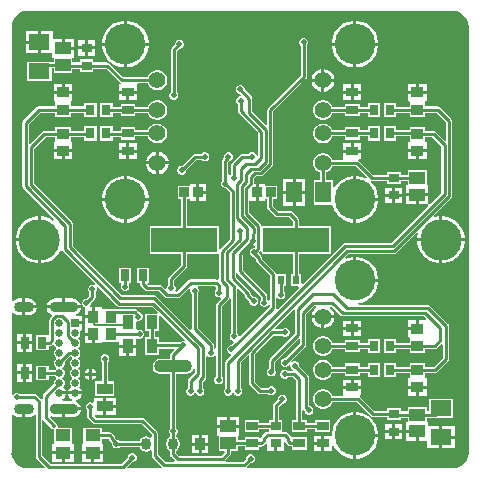
<source format=gbl>
G04*
G04 #@! TF.GenerationSoftware,Altium Limited,Altium Designer,21.0.9 (235)*
G04*
G04 Layer_Physical_Order=2*
G04 Layer_Color=16711680*
%FSLAX25Y25*%
%MOIN*%
G70*
G04*
G04 #@! TF.SameCoordinates,DF5498ED-4C10-4E6D-B319-6E78A4A4F47C*
G04*
G04*
G04 #@! TF.FilePolarity,Positive*
G04*
G01*
G75*
%ADD13C,0.01000*%
%ADD31C,0.02559*%
%ADD32R,0.02559X0.02559*%
G04:AMPARAMS|DCode=33|XSize=35.43mil|YSize=94.49mil|CornerRadius=17.72mil|HoleSize=0mil|Usage=FLASHONLY|Rotation=270.000|XOffset=0mil|YOffset=0mil|HoleType=Round|Shape=RoundedRectangle|*
%AMROUNDEDRECTD33*
21,1,0.03543,0.05906,0,0,270.0*
21,1,0.00000,0.09449,0,0,270.0*
1,1,0.03543,-0.02953,0.00000*
1,1,0.03543,-0.02953,0.00000*
1,1,0.03543,0.02953,0.00000*
1,1,0.03543,0.02953,0.00000*
%
%ADD33ROUNDEDRECTD33*%
G04:AMPARAMS|DCode=34|XSize=35.43mil|YSize=66.93mil|CornerRadius=17.72mil|HoleSize=0mil|Usage=FLASHONLY|Rotation=270.000|XOffset=0mil|YOffset=0mil|HoleType=Round|Shape=RoundedRectangle|*
%AMROUNDEDRECTD34*
21,1,0.03543,0.03150,0,0,270.0*
21,1,0.00000,0.06693,0,0,270.0*
1,1,0.03543,-0.01575,0.00000*
1,1,0.03543,-0.01575,0.00000*
1,1,0.03543,0.01575,0.00000*
1,1,0.03543,0.01575,0.00000*
%
%ADD34ROUNDEDRECTD34*%
%ADD39R,0.03937X0.03150*%
%ADD43R,0.03150X0.03740*%
%ADD46C,0.13780*%
%ADD47C,0.05591*%
%ADD48C,0.13583*%
%ADD49C,0.01968*%
%ADD50R,0.03740X0.04134*%
%ADD51R,0.03347X0.03347*%
%ADD52R,0.05315X0.03740*%
%ADD53R,0.03150X0.03937*%
%ADD54R,0.02362X0.03150*%
%ADD55R,0.03765X0.04749*%
%ADD56R,0.07103X0.05328*%
%ADD57R,0.05315X0.04331*%
%ADD58R,0.03543X0.03150*%
%ADD59R,0.04134X0.03740*%
%ADD60R,0.05328X0.07103*%
%ADD61R,0.22047X0.08268*%
%ADD62R,0.05151X0.03960*%
G04:AMPARAMS|DCode=63|XSize=39.54mil|YSize=125.28mil|CornerRadius=17.2mil|HoleSize=0mil|Usage=FLASHONLY|Rotation=90.000|XOffset=0mil|YOffset=0mil|HoleType=Round|Shape=RoundedRectangle|*
%AMROUNDEDRECTD63*
21,1,0.03954,0.09088,0,0,90.0*
21,1,0.00514,0.12528,0,0,90.0*
1,1,0.03440,0.04544,0.00257*
1,1,0.03440,0.04544,-0.00257*
1,1,0.03440,-0.04544,-0.00257*
1,1,0.03440,-0.04544,0.00257*
%
%ADD63ROUNDEDRECTD63*%
G04:AMPARAMS|DCode=64|XSize=39.54mil|YSize=34.34mil|CornerRadius=17.17mil|HoleSize=0mil|Usage=FLASHONLY|Rotation=90.000|XOffset=0mil|YOffset=0mil|HoleType=Round|Shape=RoundedRectangle|*
%AMROUNDEDRECTD64*
21,1,0.03954,0.00000,0,0,90.0*
21,1,0.00520,0.03434,0,0,90.0*
1,1,0.03434,0.00000,0.00260*
1,1,0.03434,0.00000,-0.00260*
1,1,0.03434,0.00000,-0.00260*
1,1,0.03434,0.00000,0.00260*
%
%ADD64ROUNDEDRECTD64*%
%ADD65R,0.03434X0.03954*%
%ADD66C,0.00500*%
G36*
X149606Y154963D02*
X150098Y154943D01*
X151004Y154824D01*
X152307Y154284D01*
X153426Y153426D01*
X154284Y152307D01*
X154824Y151004D01*
X154943Y150098D01*
X154963Y149606D01*
X154963Y149606D01*
X154963Y149111D01*
Y8371D01*
X154963Y8367D01*
X154963Y7874D01*
X154943Y7382D01*
X154824Y6476D01*
X154284Y5173D01*
X153426Y4054D01*
X152307Y3196D01*
X151004Y2656D01*
X150098Y2537D01*
X149606Y2517D01*
X149606Y2517D01*
X149114Y2517D01*
X81125D01*
X81037Y2640D01*
X80935Y3017D01*
X82143Y4224D01*
X82480D01*
X83026Y4450D01*
X83443Y4868D01*
X83669Y5413D01*
Y6004D01*
X83443Y6549D01*
X83026Y6967D01*
X82480Y7193D01*
X81890D01*
X81344Y6967D01*
X80927Y6549D01*
X80701Y6004D01*
Y5666D01*
X79696Y4661D01*
X74035D01*
X73828Y5161D01*
X75524Y6858D01*
X75745Y7189D01*
X75823Y7579D01*
Y8358D01*
X77961D01*
Y10004D01*
X80209D01*
Y8752D01*
X85146D01*
Y9807D01*
X85728D01*
X86119Y9885D01*
X86449Y10106D01*
X87279Y10936D01*
X87508Y10900D01*
X87779Y10757D01*
Y8252D01*
X90051D01*
Y10827D01*
X91051D01*
Y8252D01*
X93323D01*
Y11269D01*
X93823Y11318D01*
X93841Y11224D01*
X94063Y10893D01*
X94648Y10307D01*
X94979Y10086D01*
X95369Y10009D01*
X95957D01*
Y8752D01*
X100894D01*
Y12902D01*
X95957D01*
X95582Y13204D01*
X95504Y13319D01*
X94323Y14501D01*
X93993Y14721D01*
X93602Y14799D01*
X92823D01*
Y18807D01*
X91571D01*
Y23003D01*
X92674Y24106D01*
X93012D01*
X93557Y24332D01*
X93975Y24750D01*
X94201Y25295D01*
Y25886D01*
X93975Y26431D01*
X93557Y26849D01*
X93012Y27075D01*
X92421D01*
X91876Y26849D01*
X91458Y26431D01*
X91232Y25886D01*
Y25548D01*
X89830Y24146D01*
X89609Y23815D01*
X89532Y23425D01*
Y18807D01*
X88279D01*
Y17752D01*
X85146D01*
Y18807D01*
X80209D01*
Y14658D01*
X85146D01*
Y15713D01*
X88279D01*
Y14799D01*
X87894D01*
X87503Y14721D01*
X87173Y14501D01*
X85893Y13221D01*
X85672Y12890D01*
X85646Y12757D01*
X85146Y12806D01*
Y12902D01*
X80209D01*
Y12043D01*
X77961D01*
Y13370D01*
X78461D01*
Y16035D01*
X74803D01*
X71146D01*
Y13370D01*
X71646D01*
Y8358D01*
X73439D01*
X73641Y7858D01*
X72444Y6661D01*
X58351D01*
X57417Y7595D01*
Y8405D01*
X57996Y8791D01*
X58486Y9525D01*
X58658Y10389D01*
Y10910D01*
X58486Y11775D01*
X57996Y12508D01*
X57417Y12895D01*
Y13783D01*
X57754Y14120D01*
X57980Y14665D01*
Y15256D01*
X57754Y15801D01*
X57417Y16138D01*
Y34074D01*
X60942D01*
X61808Y34246D01*
X62542Y34737D01*
X63033Y35471D01*
X63047Y35544D01*
X63547Y35495D01*
Y34527D01*
X61484Y32463D01*
X61263Y32132D01*
X61185Y31742D01*
Y29327D01*
X60946Y29089D01*
X60720Y28543D01*
Y27953D01*
X60946Y27407D01*
X61364Y26990D01*
X61910Y26764D01*
X62500D01*
X63046Y26990D01*
X63463Y27407D01*
X63509Y27518D01*
X64050D01*
X64096Y27407D01*
X64514Y26990D01*
X65059Y26764D01*
X65650D01*
X66195Y26990D01*
X66613Y27407D01*
X66839Y27953D01*
Y28543D01*
X66613Y29089D01*
X66472Y29229D01*
Y31467D01*
X67158Y32153D01*
X67379Y32484D01*
X67457Y32874D01*
Y39777D01*
X67957Y39984D01*
X68155Y39785D01*
X68701Y39559D01*
X69291D01*
X69837Y39785D01*
X70134Y40082D01*
X70634Y39912D01*
Y33068D01*
X70395Y32829D01*
X70169Y32283D01*
Y31693D01*
X70395Y31147D01*
X70813Y30730D01*
X71358Y30504D01*
X71949D01*
X72494Y30730D01*
X72912Y31147D01*
X73138Y31693D01*
Y32283D01*
X72912Y32829D01*
X72673Y33068D01*
Y56566D01*
X74934Y58826D01*
X75155Y59157D01*
X75654Y59103D01*
Y47635D01*
X75415Y47396D01*
X75189Y46850D01*
Y46260D01*
X75415Y45714D01*
X75832Y45297D01*
X76378Y45071D01*
X76485D01*
X76692Y44571D01*
X75830Y43709D01*
X75492D01*
X74947Y43483D01*
X74529Y43065D01*
X74303Y42520D01*
Y41929D01*
X74529Y41384D01*
X74947Y40966D01*
X75492Y40740D01*
X75599D01*
X75806Y40240D01*
X74082Y38516D01*
X73861Y38185D01*
X73784Y37795D01*
Y29327D01*
X73545Y29089D01*
X73319Y28543D01*
Y27953D01*
X73545Y27407D01*
X73962Y26990D01*
X74508Y26764D01*
X75098D01*
X75644Y26990D01*
X76061Y27407D01*
X76107Y27518D01*
X76649D01*
X76695Y27407D01*
X77112Y26990D01*
X77658Y26764D01*
X78248D01*
X78794Y26990D01*
X79211Y27407D01*
X79437Y27953D01*
Y28543D01*
X79211Y29089D01*
X78972Y29327D01*
Y38062D01*
X81294Y40384D01*
X81756Y40192D01*
Y30906D01*
X81834Y30515D01*
X82055Y30185D01*
X84614Y27626D01*
X84944Y27404D01*
X85335Y27327D01*
X87995D01*
X88234Y27088D01*
X88780Y26862D01*
X89370D01*
X89916Y27088D01*
X90333Y27506D01*
X90559Y28051D01*
Y28642D01*
X90333Y29187D01*
X89916Y29605D01*
X89370Y29831D01*
X88780D01*
X88234Y29605D01*
X87995Y29366D01*
X85757D01*
X83795Y31328D01*
Y40719D01*
X89891Y46815D01*
X92621D01*
X92860Y46576D01*
X93406Y46350D01*
X93996D01*
X94542Y46576D01*
X94959Y46994D01*
X95185Y47539D01*
Y48130D01*
X94959Y48675D01*
X94542Y49093D01*
X93996Y49319D01*
X93406D01*
X92860Y49093D01*
X92621Y48854D01*
X90418D01*
X90227Y49316D01*
X96512Y55602D01*
X97012Y55394D01*
Y47568D01*
X88551Y39107D01*
X88330Y38776D01*
X88252Y38386D01*
Y36464D01*
X88240Y36406D01*
Y35907D01*
X88234Y35904D01*
X87817Y35486D01*
X87590Y34941D01*
Y34350D01*
X87817Y33805D01*
X88234Y33387D01*
X88780Y33161D01*
X89370D01*
X89916Y33387D01*
X90333Y33805D01*
X90559Y34350D01*
Y34941D01*
X90333Y35486D01*
X90280Y35540D01*
Y36359D01*
X90291Y36417D01*
Y37964D01*
X98223Y45895D01*
X98685Y45704D01*
Y44221D01*
X93743Y39279D01*
X93406D01*
X92860Y39054D01*
X92443Y38636D01*
X92216Y38091D01*
Y37500D01*
X92443Y36955D01*
X92860Y36537D01*
X93406Y36311D01*
X93996D01*
X94542Y36537D01*
X94959Y36955D01*
X94965Y36968D01*
X95465Y36868D01*
Y36516D01*
X95691Y35970D01*
X96108Y35553D01*
X96293Y35476D01*
X96193Y34976D01*
X94682D01*
X94443Y35215D01*
X93898Y35441D01*
X93307D01*
X92762Y35215D01*
X92344Y34797D01*
X92118Y34252D01*
Y33661D01*
X92344Y33116D01*
X92762Y32698D01*
X93307Y32472D01*
X93898D01*
X94443Y32698D01*
X94682Y32937D01*
X96330D01*
X97455Y31812D01*
Y18807D01*
X95957D01*
Y14658D01*
X100894D01*
Y15614D01*
X103831D01*
Y14658D01*
X108768D01*
Y18807D01*
X103831D01*
Y17653D01*
X100894D01*
Y18807D01*
X99494D01*
Y21617D01*
X99994Y21850D01*
X100189Y21686D01*
Y21555D01*
X100415Y21010D01*
X100832Y20592D01*
X101378Y20366D01*
X101969D01*
X102514Y20592D01*
X102931Y21010D01*
X103157Y21555D01*
Y22146D01*
X102931Y22691D01*
X102514Y23109D01*
X101969Y23335D01*
X101807D01*
Y32972D01*
X101729Y33363D01*
X101508Y33693D01*
X98433Y36769D01*
Y37106D01*
X98207Y37652D01*
X97790Y38069D01*
X97244Y38295D01*
X96654D01*
X96108Y38069D01*
X95781Y38434D01*
X100426Y43078D01*
X100647Y43409D01*
X100724Y43799D01*
Y54007D01*
X103473Y56756D01*
X103995D01*
X104129Y56256D01*
X104008Y56187D01*
X103302Y55480D01*
X102802Y54615D01*
X102543Y53650D01*
X106339D01*
X110134D01*
X109875Y54615D01*
X109376Y55480D01*
X108805Y56051D01*
X108920Y56543D01*
X108948Y56582D01*
X109164Y56619D01*
X112173Y53610D01*
X112504Y53389D01*
X112894Y53311D01*
X139932D01*
X140759Y52484D01*
X140552Y51984D01*
X138295D01*
Y49114D01*
X137795D01*
Y48614D01*
X134728D01*
Y46244D01*
X135152D01*
X135228Y45776D01*
X135228Y45744D01*
Y44327D01*
X130717D01*
Y45677D01*
X126567D01*
Y40937D01*
X130717D01*
Y42287D01*
X135228D01*
Y41035D01*
X140362D01*
Y42386D01*
X143701D01*
X144091Y42463D01*
X144422Y42685D01*
X145724Y43987D01*
X146224Y43780D01*
Y39300D01*
X143278Y36354D01*
X140362D01*
Y37705D01*
X135228D01*
Y36453D01*
X130717D01*
Y37803D01*
X126567D01*
Y33063D01*
X130717D01*
Y34413D01*
X135228D01*
Y32996D01*
X135228Y32965D01*
X135152Y32496D01*
X134728D01*
Y30126D01*
X140862D01*
Y32496D01*
X140438D01*
X140362Y32965D01*
X140362Y32996D01*
Y34315D01*
X143701D01*
X144091Y34393D01*
X144422Y34614D01*
X147965Y38157D01*
X148186Y38488D01*
X148264Y38878D01*
Y50098D01*
X148186Y50489D01*
X147965Y50819D01*
X142060Y56725D01*
X141729Y56946D01*
X141339Y57024D01*
X118220D01*
X118171Y57524D01*
X119281Y57744D01*
X120698Y58332D01*
X121975Y59184D01*
X123060Y60269D01*
X123913Y61546D01*
X124500Y62964D01*
X124799Y64469D01*
Y64736D01*
X117008D01*
Y65236D01*
X116508D01*
Y73028D01*
X116241D01*
X114735Y72728D01*
X114070Y72453D01*
X113787Y72877D01*
X114891Y73980D01*
X130020D01*
X130410Y74058D01*
X130741Y74279D01*
X137590Y81129D01*
X138051Y80882D01*
X137779Y79517D01*
Y79240D01*
X145169D01*
Y86630D01*
X144892D01*
X143527Y86358D01*
X143281Y86819D01*
X149146Y92685D01*
X149367Y93015D01*
X149445Y93405D01*
Y118405D01*
X149367Y118796D01*
X149146Y119126D01*
X145406Y122867D01*
X145075Y123088D01*
X144685Y123165D01*
X140362D01*
Y124484D01*
X140362Y124516D01*
X140438Y124984D01*
X140862D01*
Y127354D01*
X137795D01*
X134728D01*
Y124984D01*
X135152D01*
X135228Y124516D01*
X135228Y124484D01*
Y123067D01*
X130717D01*
Y124417D01*
X126567D01*
Y119677D01*
X130717D01*
Y121028D01*
X135228D01*
Y119776D01*
X140362D01*
Y121126D01*
X144263D01*
X147406Y117983D01*
Y111973D01*
X146944Y111782D01*
X143930Y114796D01*
X143599Y115017D01*
X143209Y115094D01*
X140362D01*
Y116445D01*
X135228D01*
Y115193D01*
X130717D01*
Y116543D01*
X126567D01*
Y111803D01*
X130717D01*
Y113154D01*
X135228D01*
Y111736D01*
X135228Y111705D01*
X135152Y111236D01*
X134728D01*
Y108866D01*
X140862D01*
Y111236D01*
X140438D01*
X140362Y111705D01*
X140362Y111736D01*
Y113055D01*
X142786D01*
X145831Y110011D01*
Y94418D01*
X141953Y90540D01*
X141453Y90747D01*
X141453Y90948D01*
Y93201D01*
X138295D01*
Y90535D01*
X141012D01*
X141241Y90535D01*
X141448Y90035D01*
X129105Y77693D01*
X113681D01*
X113291Y77615D01*
X112960Y77394D01*
X99584Y64018D01*
X99122Y64209D01*
Y67311D01*
X98461D01*
Y74106D01*
X108965D01*
Y83374D01*
X98461D01*
Y85335D01*
X98383Y85725D01*
X98162Y86056D01*
X96193Y88024D01*
X95863Y88245D01*
X95472Y88323D01*
X91466D01*
X89799Y89989D01*
Y92315D01*
X91051D01*
Y96661D01*
X87024D01*
Y97161D01*
X84850D01*
Y94488D01*
Y91815D01*
X87024D01*
Y92315D01*
X87760D01*
Y89567D01*
X87837Y89177D01*
X88059Y88846D01*
X90322Y86582D01*
X90653Y86361D01*
X91043Y86284D01*
X95050D01*
X96421Y84912D01*
Y83374D01*
X85917D01*
X85785Y83658D01*
X85563Y83989D01*
X81760Y87792D01*
Y91815D01*
X83850D01*
Y94488D01*
Y97161D01*
X83532D01*
X83303Y97441D01*
Y99282D01*
X83962Y99941D01*
X85661D01*
X86051Y100019D01*
X86382Y100240D01*
X89524Y103382D01*
X89745Y103713D01*
X89823Y104103D01*
Y121550D01*
X100622Y132350D01*
X100844Y132681D01*
X100921Y133071D01*
Y143409D01*
X101160Y143647D01*
X101386Y144193D01*
Y144783D01*
X101160Y145329D01*
X100742Y145747D01*
X100197Y145972D01*
X99606D01*
X99061Y145747D01*
X98643Y145329D01*
X98417Y144783D01*
Y144193D01*
X98643Y143647D01*
X98882Y143409D01*
Y133493D01*
X88082Y122693D01*
X87861Y122363D01*
X87784Y121972D01*
Y117068D01*
X87322Y116876D01*
X82811Y121387D01*
Y125787D01*
X82733Y126178D01*
X82512Y126508D01*
X80224Y128796D01*
Y129134D01*
X79998Y129679D01*
X79581Y130097D01*
X79035Y130323D01*
X78445D01*
X77899Y130097D01*
X77482Y129679D01*
X77256Y129134D01*
Y128543D01*
X77482Y127998D01*
X77899Y127580D01*
X78445Y127354D01*
X78672D01*
X78905Y127059D01*
X78694Y126583D01*
X78642D01*
X78096Y126357D01*
X77679Y125939D01*
X77453Y125394D01*
Y124803D01*
X77679Y124258D01*
X77917Y124019D01*
Y121555D01*
X77995Y121165D01*
X78216Y120834D01*
X84784Y114267D01*
Y106870D01*
X84631Y106767D01*
X84616Y106765D01*
X84044Y106977D01*
X83935Y107238D01*
X83518Y107656D01*
X82972Y107882D01*
X82382D01*
X81836Y107656D01*
X81598Y107417D01*
X79429D01*
X79039Y107340D01*
X78708Y107119D01*
X75854Y104264D01*
X75633Y103934D01*
X75555Y103543D01*
Y100582D01*
X75412Y100408D01*
X75339Y100357D01*
X74839Y100613D01*
Y104729D01*
X75023Y104913D01*
X75098D01*
X75644Y105139D01*
X76061Y105557D01*
X76287Y106102D01*
Y106693D01*
X76061Y107238D01*
X75644Y107656D01*
X75098Y107882D01*
X74508D01*
X73962Y107656D01*
X73545Y107238D01*
X73319Y106693D01*
Y106102D01*
X73322Y106096D01*
X73098Y105872D01*
X72877Y105542D01*
X72799Y105151D01*
Y98520D01*
X72561Y98282D01*
X72335Y97736D01*
Y97146D01*
X72561Y96600D01*
X72978Y96183D01*
X73524Y95957D01*
X73861D01*
X75221Y94597D01*
Y78926D01*
X72063Y75769D01*
X71563Y75976D01*
Y83374D01*
X60961D01*
Y92315D01*
X61894D01*
Y91815D01*
X64067D01*
Y94488D01*
Y97161D01*
X61894D01*
Y96661D01*
X57866D01*
Y92315D01*
X58921D01*
Y83374D01*
X48516D01*
Y74106D01*
X58921D01*
Y70304D01*
X54988Y66371D01*
X54767Y66040D01*
X54689Y65650D01*
Y63678D01*
X54450Y63439D01*
X54224Y62894D01*
Y62546D01*
X53724Y62339D01*
X52744Y63319D01*
X52413Y63540D01*
X52023Y63618D01*
X48060D01*
X47717Y63961D01*
X47925Y64461D01*
X48335D01*
Y69398D01*
X44185D01*
Y64461D01*
X45240D01*
Y63976D01*
X45318Y63586D01*
X45539Y63255D01*
X46917Y61878D01*
X47248Y61656D01*
X47638Y61579D01*
X51601D01*
X53566Y59614D01*
X53896Y59393D01*
X54287Y59315D01*
X58071D01*
X58461Y59393D01*
X58792Y59614D01*
X61750Y62572D01*
X62174Y62289D01*
X62098Y62106D01*
Y61516D01*
X62324Y60970D01*
X62563Y60732D01*
Y48917D01*
X62569Y48886D01*
X62108Y48640D01*
X50775Y59973D01*
X50445Y60194D01*
X50054Y60272D01*
X39202D01*
X22870Y76603D01*
Y84153D01*
X22792Y84544D01*
X22571Y84874D01*
X9976Y97470D01*
Y109125D01*
X13907Y113055D01*
X17118D01*
Y111736D01*
X17118Y111705D01*
X17042Y111236D01*
X16618D01*
Y108866D01*
X22752D01*
Y111236D01*
X22328D01*
X22252Y111705D01*
X22252Y111736D01*
Y113055D01*
X26764D01*
Y111803D01*
X30913D01*
Y116543D01*
X26764D01*
Y115094D01*
X22252D01*
Y116445D01*
X17118D01*
Y115094D01*
X13484D01*
X13094Y115017D01*
X12763Y114796D01*
X8705Y110737D01*
X8205Y110944D01*
Y117393D01*
X11938Y121126D01*
X17118D01*
Y119776D01*
X22252D01*
Y121126D01*
X26764D01*
Y119677D01*
X30913D01*
Y124417D01*
X26764D01*
Y123165D01*
X22252D01*
Y124484D01*
X22252Y124516D01*
X22328Y124984D01*
X22752D01*
Y127354D01*
X19685D01*
X16618D01*
Y124984D01*
X17042D01*
X17118Y124516D01*
X17118Y124484D01*
Y123165D01*
X11516D01*
X11126Y123088D01*
X10795Y122867D01*
X6464Y118536D01*
X6243Y118205D01*
X6165Y117815D01*
Y96555D01*
X6243Y96165D01*
X6464Y95834D01*
X16804Y85494D01*
X16485Y85106D01*
X15548Y85732D01*
X14112Y86327D01*
X12588Y86630D01*
X12311D01*
Y78740D01*
Y70850D01*
X12588D01*
X14112Y71154D01*
X15548Y71748D01*
X16840Y72612D01*
X17939Y73711D01*
X18803Y75003D01*
X18844Y75102D01*
X19064Y75146D01*
X19390Y75115D01*
X19555Y74870D01*
X30306Y64118D01*
X30023Y63694D01*
X29798Y63787D01*
X29208D01*
X28662Y63561D01*
X28245Y63144D01*
X28019Y62598D01*
Y62008D01*
X28245Y61462D01*
X28483Y61224D01*
Y60043D01*
X27503Y59063D01*
X27165D01*
X26620Y58837D01*
X26202Y58420D01*
X25976Y57874D01*
Y57284D01*
X25514Y57123D01*
X25236Y57795D01*
X24792Y58374D01*
X24213Y58819D01*
X23539Y59098D01*
X22815Y59193D01*
X20362D01*
Y56898D01*
X25545D01*
X25515Y57121D01*
X25977Y57282D01*
X26202Y56738D01*
X26620Y56321D01*
X26953Y56183D01*
Y53650D01*
X29323D01*
Y56217D01*
X28905D01*
X28697Y56717D01*
X28719Y56738D01*
X28945Y57284D01*
Y57621D01*
X30224Y58900D01*
X30445Y59231D01*
X30523Y59621D01*
Y61224D01*
X30761Y61462D01*
X30987Y62008D01*
Y62598D01*
X30894Y62823D01*
X31318Y63106D01*
X37665Y56759D01*
X37996Y56538D01*
X38386Y56461D01*
X49282D01*
X51226Y54517D01*
X51034Y54056D01*
X46929D01*
Y48307D01*
X48226D01*
Y46181D01*
X46929D01*
Y40433D01*
X51693D01*
Y42474D01*
X56619D01*
X56811Y42013D01*
X55677Y40878D01*
X55456Y40548D01*
X55378Y40157D01*
Y39115D01*
X51854D01*
X50987Y38943D01*
X50253Y38452D01*
X49762Y37718D01*
X49590Y36852D01*
Y36338D01*
X49762Y35471D01*
X50253Y34737D01*
X50987Y34246D01*
X51854Y34074D01*
X55378D01*
Y15942D01*
X55238Y15801D01*
X55012Y15256D01*
Y14665D01*
X55238Y14120D01*
X55378Y13980D01*
Y12895D01*
X54799Y12508D01*
X54309Y11775D01*
X54137Y10910D01*
Y10389D01*
X54309Y9525D01*
X54799Y8791D01*
X55378Y8405D01*
Y7173D01*
X55456Y6782D01*
X55677Y6452D01*
X56967Y5161D01*
X56760Y4661D01*
X53769D01*
X51216Y7214D01*
Y14272D01*
X51139Y14662D01*
X50918Y14993D01*
X46882Y19028D01*
X46552Y19249D01*
X46161Y19327D01*
X30737D01*
X30206Y19858D01*
X30413Y20358D01*
X33161D01*
Y23228D01*
Y26098D01*
X30004D01*
Y24619D01*
X29504Y24363D01*
X29134Y24516D01*
X28543D01*
X27998Y24290D01*
X27580Y23872D01*
X27354Y23327D01*
Y22736D01*
X27580Y22191D01*
X27819Y21952D01*
Y19783D01*
X27897Y19393D01*
X28118Y19062D01*
X29594Y17586D01*
X29925Y17365D01*
X30315Y17288D01*
X45739D01*
X49177Y13849D01*
Y12978D01*
X48677Y12710D01*
X48247Y12998D01*
X47382Y13170D01*
X46517Y12998D01*
X45784Y12508D01*
X45294Y11775D01*
X45272Y11664D01*
X38517D01*
X38283Y11898D01*
X37738Y12124D01*
X37662D01*
X37056Y12730D01*
Y12782D01*
X36979Y13172D01*
X36758Y13503D01*
X36051Y14210D01*
X35720Y14431D01*
X35330Y14509D01*
X32603D01*
Y15969D01*
X26452D01*
Y11250D01*
X26452Y11009D01*
X26060Y10751D01*
X25952D01*
Y8271D01*
X29528D01*
X33103D01*
Y10751D01*
X32996D01*
X32603Y11009D01*
X32603Y11250D01*
Y12470D01*
X34907D01*
X35017Y12360D01*
Y12307D01*
X35095Y11917D01*
X35316Y11586D01*
X35961Y10942D01*
X35958Y10935D01*
Y10345D01*
X36184Y9799D01*
X36601Y9381D01*
X37147Y9155D01*
X37738D01*
X38283Y9381D01*
X38527Y9625D01*
X45274D01*
X45294Y9525D01*
X45784Y8791D01*
X46517Y8301D01*
X47382Y8129D01*
X48247Y8301D01*
X48677Y8589D01*
X49177Y8322D01*
Y6791D01*
X49255Y6401D01*
X49476Y6070D01*
X52529Y3017D01*
X52427Y2640D01*
X52340Y2517D01*
X41226D01*
X41035Y2979D01*
X42674Y4618D01*
X43012D01*
X43557Y4844D01*
X43975Y5262D01*
X44201Y5807D01*
Y6398D01*
X43975Y6943D01*
X43557Y7361D01*
X43012Y7587D01*
X42421D01*
X41876Y7361D01*
X41458Y6943D01*
X41232Y6398D01*
Y6060D01*
X39160Y3988D01*
X15466D01*
X12634Y6820D01*
Y18650D01*
X13134Y18802D01*
X13157Y18767D01*
X16105Y15819D01*
X16436Y15598D01*
X16610Y15564D01*
Y11250D01*
X16610Y11009D01*
X16217Y10751D01*
X16110D01*
Y8271D01*
X19685D01*
X23260D01*
Y10751D01*
X23153D01*
X22760Y11009D01*
X22760Y11250D01*
Y15969D01*
X18202D01*
X17831Y16469D01*
X17845Y16540D01*
X17768Y16930D01*
X17547Y17261D01*
X15369Y19440D01*
X15652Y19863D01*
X16186Y19642D01*
X16909Y19547D01*
X19362D01*
Y22343D01*
X19862D01*
Y22842D01*
X25545D01*
X25515Y23066D01*
X25236Y23740D01*
X24792Y24319D01*
X24213Y24764D01*
X23937Y24878D01*
X24036Y25378D01*
X24174D01*
X25012Y25725D01*
X25653Y26366D01*
X25981Y27158D01*
X23720D01*
X21460D01*
X21788Y26366D01*
X22429Y25725D01*
X22639Y25638D01*
X22540Y25138D01*
X19586D01*
X19487Y25638D01*
X19697Y25725D01*
X20338Y26366D01*
X20666Y27158D01*
X18406D01*
Y28157D01*
X20666D01*
X20338Y28949D01*
X19697Y29590D01*
X19904Y29981D01*
X19914Y29996D01*
X19914Y29996D01*
X20185Y30650D01*
Y31358D01*
X19914Y32012D01*
X19563Y32363D01*
X19465Y32677D01*
X19563Y32992D01*
X19914Y33342D01*
X20185Y33996D01*
Y34704D01*
X19914Y35358D01*
X19563Y35709D01*
X19465Y36024D01*
X19563Y36338D01*
X19914Y36689D01*
X20185Y37343D01*
Y38034D01*
X22174Y40024D01*
X22223D01*
X22563Y39685D01*
X22661Y39370D01*
X22563Y39056D01*
X22212Y38705D01*
X21941Y38051D01*
Y37343D01*
X22212Y36689D01*
X22563Y36338D01*
X22661Y36024D01*
X22563Y35709D01*
X22212Y35358D01*
X21941Y34704D01*
Y33996D01*
X22212Y33342D01*
X22563Y32992D01*
X22661Y32677D01*
X22563Y32363D01*
X22212Y32012D01*
X21941Y31358D01*
Y30650D01*
X22212Y29996D01*
X22222Y29981D01*
X22360Y29564D01*
X22145Y29306D01*
X21788Y28949D01*
X21460Y28157D01*
X23720D01*
X25981D01*
X25653Y28949D01*
X25012Y29590D01*
X25219Y29981D01*
X25229Y29996D01*
X25229Y29996D01*
X25500Y30650D01*
Y31358D01*
X25229Y32012D01*
X24878Y32363D01*
X24780Y32677D01*
X24878Y32992D01*
X25229Y33342D01*
X25500Y33996D01*
Y34704D01*
X25229Y35358D01*
X24878Y35709D01*
X24780Y36024D01*
X24878Y36338D01*
X25229Y36689D01*
X25500Y37343D01*
Y38051D01*
X25229Y38705D01*
X24878Y39056D01*
X24780Y39370D01*
X24878Y39685D01*
X25229Y40035D01*
X25500Y40689D01*
Y41397D01*
X25229Y42051D01*
X24878Y42402D01*
X24780Y42717D01*
X24878Y43031D01*
X25229Y43382D01*
X25500Y44036D01*
Y44744D01*
X25229Y45398D01*
X24878Y45748D01*
X24780Y46063D01*
X24878Y46378D01*
X25229Y46728D01*
X25500Y47382D01*
Y48090D01*
X25412Y48303D01*
X25746Y48803D01*
X26000D01*
Y50583D01*
X23720D01*
Y51583D01*
X26000D01*
Y53362D01*
X24036D01*
X23937Y53862D01*
X24213Y53977D01*
X24792Y54421D01*
X25236Y55000D01*
X25515Y55674D01*
X25545Y55898D01*
X19862D01*
X14180D01*
X14209Y55674D01*
X14488Y55000D01*
X14933Y54421D01*
X15512Y53977D01*
X15805Y53855D01*
X15922Y53265D01*
X15405Y52748D01*
X15184Y52417D01*
X15106Y52027D01*
Y47260D01*
X14870Y46858D01*
X10721D01*
Y41921D01*
X14870D01*
Y43370D01*
X15354D01*
X15744Y43448D01*
X16075Y43669D01*
X16190Y43783D01*
X16779Y43666D01*
X16897Y43382D01*
X17248Y43031D01*
X17346Y42717D01*
X17248Y42402D01*
X16897Y42051D01*
X16626Y41397D01*
Y40689D01*
X16897Y40035D01*
X17248Y39685D01*
X17346Y39370D01*
X17248Y39056D01*
X16897Y38705D01*
X16626Y38051D01*
Y37343D01*
X16897Y36689D01*
X17248Y36338D01*
X17346Y36024D01*
X17248Y35709D01*
X16908Y35370D01*
X14870D01*
Y36819D01*
X10721D01*
Y31882D01*
X14870D01*
Y33331D01*
X16908D01*
X17248Y32992D01*
X17346Y32677D01*
X17248Y32363D01*
X16897Y32012D01*
X16626Y31358D01*
Y30666D01*
X13157Y27197D01*
X12936Y26867D01*
X12858Y26476D01*
Y25739D01*
X12358Y25588D01*
X12335Y25622D01*
X10870Y27087D01*
X10539Y27308D01*
X10149Y27386D01*
X5225D01*
X5172Y27439D01*
X4626Y27665D01*
X4036D01*
X3490Y27439D01*
X3072Y27022D01*
X3017Y26888D01*
X2517Y26987D01*
Y54234D01*
X2954Y54402D01*
X3017Y54411D01*
X3582Y53977D01*
X4257Y53697D01*
X4980Y53602D01*
X6055D01*
Y56398D01*
Y59193D01*
X4980D01*
X4257Y59098D01*
X3582Y58819D01*
X3017Y58385D01*
X2954Y58394D01*
X2517Y58561D01*
Y149106D01*
X2517Y149606D01*
X2537Y150098D01*
X2656Y151004D01*
X3196Y152307D01*
X4054Y153426D01*
X5173Y154284D01*
X6476Y154824D01*
X7382Y154943D01*
X7874Y154963D01*
X8374Y154963D01*
X149606D01*
X149606Y154963D01*
D02*
G37*
G36*
X71520Y65770D02*
X71411Y65662D01*
X71020Y65438D01*
X70768Y65488D01*
X62205D01*
X61814Y65411D01*
X61484Y65189D01*
X57679Y61384D01*
X57236Y61431D01*
X57012Y61867D01*
X57193Y62303D01*
Y62894D01*
X56967Y63439D01*
X56728Y63678D01*
Y65227D01*
X60662Y69161D01*
X60883Y69492D01*
X60961Y69882D01*
Y74106D01*
X71520D01*
Y65770D01*
D02*
G37*
G36*
X85917Y74714D02*
Y74106D01*
X96421D01*
Y67311D01*
X95760D01*
Y63161D01*
X98074D01*
X98265Y62700D01*
X91186Y55620D01*
X91093Y55639D01*
X90685Y56102D01*
Y59203D01*
X91185Y59373D01*
X91482Y59076D01*
X92028Y58850D01*
X92618D01*
X93164Y59076D01*
X93581Y59494D01*
X93807Y60039D01*
Y60630D01*
X93581Y61175D01*
X93342Y61414D01*
Y63161D01*
X94004D01*
Y67311D01*
X90668D01*
X90607Y67615D01*
X90386Y67945D01*
X86004Y72328D01*
Y72628D01*
X85926Y73018D01*
X85705Y73349D01*
X84848Y74206D01*
X84850Y74213D01*
Y74353D01*
X85417Y74920D01*
X85917Y74714D01*
D02*
G37*
G36*
X83697Y76625D02*
X83709Y76449D01*
X83278Y75992D01*
X83071D01*
X82525Y75766D01*
X82108Y75349D01*
X81882Y74803D01*
Y74213D01*
X82108Y73667D01*
X82525Y73250D01*
X83071Y73024D01*
X83146D01*
X83965Y72205D01*
Y71906D01*
X84042Y71515D01*
X84263Y71185D01*
X88646Y66802D01*
Y58531D01*
X88146Y58432D01*
X88069Y58616D01*
X87831Y58855D01*
Y59941D01*
X87753Y60331D01*
X87532Y60662D01*
X79563Y68631D01*
Y73582D01*
X82816Y76835D01*
X83153D01*
X83285Y76889D01*
X83697Y76625D01*
D02*
G37*
G36*
X77822Y67488D02*
X85791Y59519D01*
Y58855D01*
X85553Y58616D01*
X85327Y58071D01*
Y57480D01*
X85553Y56935D01*
X85970Y56517D01*
X86516Y56291D01*
X87106D01*
X87652Y56517D01*
X88069Y56935D01*
X88146Y57119D01*
X88646Y57020D01*
Y56525D01*
X78658Y46536D01*
X78158Y46744D01*
Y46850D01*
X77931Y47396D01*
X77693Y47635D01*
Y62239D01*
X78155Y62431D01*
X80392Y60194D01*
Y60108D01*
X80470Y59718D01*
X80690Y59387D01*
X81783Y58294D01*
Y57957D01*
X82009Y57411D01*
X82427Y56994D01*
X82973Y56768D01*
X83563D01*
X84109Y56994D01*
X84526Y57411D01*
X84752Y57957D01*
Y58547D01*
X84526Y59093D01*
X84109Y59510D01*
X83563Y59736D01*
X83225D01*
X82431Y60531D01*
Y60616D01*
X82353Y61006D01*
X82132Y61337D01*
X77201Y66269D01*
Y67518D01*
X77701Y67670D01*
X77822Y67488D01*
D02*
G37*
G36*
X60361Y45382D02*
X60078Y44958D01*
X60030Y44978D01*
X59439D01*
X58894Y44752D01*
X58655Y44514D01*
X51693D01*
Y46181D01*
X50265D01*
Y48307D01*
X51693D01*
Y53396D01*
X52155Y53588D01*
X60361Y45382D01*
D02*
G37*
G36*
X70709Y63086D02*
Y62080D01*
X70494Y61864D01*
X70268Y61319D01*
Y60728D01*
X70494Y60183D01*
X70911Y59765D01*
X71457Y59539D01*
X72047D01*
X72062Y59545D01*
X72345Y59122D01*
X70933Y57709D01*
X70712Y57378D01*
X70634Y56988D01*
Y42632D01*
X70134Y42380D01*
X69992Y42484D01*
Y43528D01*
X69914Y43918D01*
X69693Y44249D01*
X64602Y49340D01*
Y60732D01*
X64841Y60970D01*
X65067Y61516D01*
Y62106D01*
X64841Y62652D01*
X64544Y62949D01*
X64714Y63449D01*
X70345D01*
X70709Y63086D01*
D02*
G37*
G36*
X7055Y19547D02*
X8130D01*
X8854Y19642D01*
X9528Y19921D01*
X10095Y20357D01*
X10152Y20348D01*
X10595Y20180D01*
Y6398D01*
X10672Y6007D01*
X10893Y5677D01*
X13591Y2979D01*
X13400Y2517D01*
X7874D01*
X7739Y2490D01*
X6476Y2656D01*
X5173Y3196D01*
X4054Y4054D01*
X3196Y5173D01*
X2656Y6476D01*
X2490Y7739D01*
X2517Y7874D01*
Y20179D01*
X2954Y20347D01*
X3017Y20356D01*
X3582Y19921D01*
X4257Y19642D01*
X4980Y19547D01*
X6055D01*
Y22343D01*
X7055D01*
Y19547D01*
D02*
G37*
%LPC*%
G36*
X11311Y148252D02*
X7260D01*
Y145088D01*
X11311D01*
Y148252D01*
D02*
G37*
G36*
X117775Y151768D02*
X117508D01*
Y144476D01*
X124799D01*
Y144744D01*
X124500Y146249D01*
X123913Y147667D01*
X123060Y148943D01*
X121975Y150028D01*
X120698Y150881D01*
X119281Y151468D01*
X117775Y151768D01*
D02*
G37*
G36*
X41240D02*
X40972D01*
Y144476D01*
X48264D01*
Y144744D01*
X47964Y146249D01*
X47377Y147667D01*
X46524Y148943D01*
X45439Y150028D01*
X44163Y150881D01*
X42745Y151468D01*
X41240Y151768D01*
D02*
G37*
G36*
X39972D02*
X39705D01*
X38200Y151468D01*
X36782Y150881D01*
X35506Y150028D01*
X34420Y148943D01*
X33568Y147667D01*
X32980Y146249D01*
X32681Y144744D01*
Y144476D01*
X39972D01*
Y151768D01*
D02*
G37*
G36*
X116508D02*
X116241D01*
X114735Y151468D01*
X113317Y150881D01*
X112041Y150028D01*
X110956Y148943D01*
X110103Y147667D01*
X109516Y146249D01*
X109216Y144744D01*
Y144476D01*
X116508D01*
Y151768D01*
D02*
G37*
G36*
X30331Y145291D02*
X28059D01*
Y143217D01*
X30331D01*
Y145291D01*
D02*
G37*
G36*
X27059D02*
X24787D01*
Y143217D01*
X27059D01*
Y145291D01*
D02*
G37*
G36*
X23343Y145685D02*
X20185D01*
Y143020D01*
X23343D01*
Y145685D01*
D02*
G37*
G36*
X11311Y144088D02*
X7260D01*
Y140924D01*
X11311D01*
Y144088D01*
D02*
G37*
G36*
X30331Y142217D02*
X28059D01*
Y140142D01*
X30331D01*
Y142217D01*
D02*
G37*
G36*
X27059D02*
X24787D01*
Y140142D01*
X27059D01*
Y142217D01*
D02*
G37*
G36*
X16363Y148252D02*
X12311D01*
Y144588D01*
Y140924D01*
X16028D01*
Y139354D01*
X16528D01*
Y138028D01*
X15863D01*
Y138103D01*
X7760D01*
Y131775D01*
X15863D01*
Y135988D01*
X16528D01*
Y134343D01*
X22842D01*
Y135791D01*
X25287D01*
Y134736D01*
X29831D01*
Y135791D01*
X34027D01*
X38649Y131169D01*
X38860Y131028D01*
X38725Y130528D01*
X38370D01*
Y128453D01*
X41339D01*
X44307D01*
Y130370D01*
X44307Y130528D01*
X44665Y130870D01*
X48003D01*
X48071Y130618D01*
X48505Y129866D01*
X49118Y129253D01*
X49870Y128819D01*
X50708Y128595D01*
X51576D01*
X52414Y128819D01*
X53165Y129253D01*
X53779Y129866D01*
X54212Y130618D01*
X54437Y131456D01*
Y132324D01*
X54212Y133162D01*
X53779Y133913D01*
X53165Y134527D01*
X52414Y134960D01*
X51576Y135185D01*
X50708D01*
X49870Y134960D01*
X49118Y134527D01*
X48505Y133913D01*
X48071Y133162D01*
X48003Y132909D01*
X39792D01*
X35170Y137532D01*
X34839Y137753D01*
X34449Y137831D01*
X29831D01*
Y138886D01*
X25287D01*
Y137831D01*
X22842D01*
Y139354D01*
X23343D01*
Y142020D01*
X19685D01*
Y142520D01*
X19185D01*
Y145685D01*
X16363D01*
Y148252D01*
D02*
G37*
G36*
X124799Y143476D02*
X117508D01*
Y136185D01*
X117775D01*
X119281Y136485D01*
X120698Y137072D01*
X121975Y137925D01*
X123060Y139010D01*
X123913Y140286D01*
X124500Y141704D01*
X124799Y143209D01*
Y143476D01*
D02*
G37*
G36*
X116508D02*
X109216D01*
Y143209D01*
X109516Y141704D01*
X110103Y140286D01*
X110956Y139010D01*
X112041Y137925D01*
X113317Y137072D01*
X114735Y136485D01*
X116241Y136185D01*
X116508D01*
Y143476D01*
D02*
G37*
G36*
X48264D02*
X40972D01*
Y136185D01*
X41240D01*
X42745Y136485D01*
X44163Y137072D01*
X45439Y137925D01*
X46524Y139010D01*
X47377Y140286D01*
X47964Y141704D01*
X48264Y143209D01*
Y143476D01*
D02*
G37*
G36*
X39972D02*
X32681D01*
Y143209D01*
X32980Y141704D01*
X33568Y140286D01*
X34420Y139010D01*
X35506Y137925D01*
X36782Y137072D01*
X38200Y136485D01*
X39705Y136185D01*
X39972D01*
Y143476D01*
D02*
G37*
G36*
X106839Y135685D02*
Y132390D01*
X110134D01*
X109875Y133355D01*
X109376Y134220D01*
X108669Y134927D01*
X107803Y135426D01*
X106839Y135685D01*
D02*
G37*
G36*
X105839D02*
X104874Y135426D01*
X104008Y134927D01*
X103302Y134220D01*
X102802Y133355D01*
X102543Y132390D01*
X105839D01*
Y135685D01*
D02*
G37*
G36*
X119110Y130527D02*
X116642D01*
Y128453D01*
X119110D01*
Y130527D01*
D02*
G37*
G36*
X115642D02*
X113173D01*
Y128453D01*
X115642D01*
Y130527D01*
D02*
G37*
G36*
X140862Y130724D02*
X138295D01*
Y128354D01*
X140862D01*
Y130724D01*
D02*
G37*
G36*
X22752D02*
X20185D01*
Y128354D01*
X22752D01*
Y130724D01*
D02*
G37*
G36*
X137295D02*
X134728D01*
Y128354D01*
X137295D01*
Y130724D01*
D02*
G37*
G36*
X19185D02*
X16618D01*
Y128354D01*
X19185D01*
Y130724D01*
D02*
G37*
G36*
X110134Y131390D02*
X106839D01*
Y128095D01*
X107803Y128353D01*
X108669Y128853D01*
X109376Y129559D01*
X109875Y130425D01*
X110134Y131390D01*
D02*
G37*
G36*
X105839D02*
X102543D01*
X102802Y130425D01*
X103302Y129559D01*
X104008Y128853D01*
X104874Y128353D01*
X105839Y128095D01*
Y131390D01*
D02*
G37*
G36*
X58760Y145382D02*
X58169D01*
X57624Y145156D01*
X57206Y144738D01*
X56980Y144193D01*
Y143855D01*
X55874Y142748D01*
X55652Y142418D01*
X55575Y142028D01*
Y127950D01*
X55336Y127711D01*
X55110Y127165D01*
Y126575D01*
X55336Y126029D01*
X55754Y125612D01*
X56299Y125386D01*
X56890D01*
X57435Y125612D01*
X57853Y126029D01*
X58079Y126575D01*
Y127165D01*
X57853Y127711D01*
X57614Y127950D01*
Y141605D01*
X58422Y142413D01*
X58760D01*
X59305Y142639D01*
X59723Y143057D01*
X59949Y143602D01*
Y144193D01*
X59723Y144738D01*
X59305Y145156D01*
X58760Y145382D01*
D02*
G37*
G36*
X44307Y127453D02*
X41839D01*
Y125378D01*
X44307D01*
Y127453D01*
D02*
G37*
G36*
X40839D02*
X38370D01*
Y125378D01*
X40839D01*
Y127453D01*
D02*
G37*
G36*
X119110Y127453D02*
X116642D01*
Y125378D01*
X119110D01*
Y127453D01*
D02*
G37*
G36*
X115642D02*
X113173D01*
Y125378D01*
X115642D01*
Y127453D01*
D02*
G37*
G36*
X51576Y125343D02*
X50708D01*
X49870Y125118D01*
X49118Y124684D01*
X48505Y124071D01*
X48071Y123319D01*
X48003Y123067D01*
X43807D01*
Y124122D01*
X38870D01*
Y123067D01*
X36228D01*
Y124417D01*
X32079D01*
Y119677D01*
X36228D01*
Y121028D01*
X38870D01*
Y119973D01*
X43807D01*
Y121028D01*
X48003D01*
X48071Y120775D01*
X48505Y120024D01*
X49118Y119410D01*
X49870Y118976D01*
X50708Y118752D01*
X51576D01*
X52414Y118976D01*
X53165Y119410D01*
X53779Y120024D01*
X54212Y120775D01*
X54437Y121613D01*
Y122481D01*
X54212Y123319D01*
X53779Y124071D01*
X53165Y124684D01*
X52414Y125118D01*
X51576Y125343D01*
D02*
G37*
G36*
X106772D02*
X105905D01*
X105067Y125118D01*
X104315Y124684D01*
X103702Y124071D01*
X103268Y123319D01*
X103043Y122481D01*
Y121613D01*
X103268Y120775D01*
X103702Y120024D01*
X104315Y119410D01*
X105067Y118976D01*
X105905Y118752D01*
X106772D01*
X107610Y118976D01*
X108362Y119410D01*
X108976Y120024D01*
X109409Y120775D01*
X109477Y121028D01*
X113673D01*
Y119972D01*
X118610D01*
Y121028D01*
X121252D01*
Y119677D01*
X125402D01*
Y124417D01*
X121252D01*
Y123067D01*
X118610D01*
Y124122D01*
X113673D01*
Y123067D01*
X109477D01*
X109409Y123319D01*
X108976Y124071D01*
X108362Y124684D01*
X107610Y125118D01*
X106772Y125343D01*
D02*
G37*
G36*
X51576Y117469D02*
X50708D01*
X49870Y117244D01*
X49118Y116810D01*
X48505Y116197D01*
X48071Y115445D01*
X48003Y115193D01*
X43807D01*
Y116248D01*
X38870D01*
Y114996D01*
X36228D01*
Y116543D01*
X32079D01*
Y111803D01*
X36228D01*
Y112957D01*
X38870D01*
Y112098D01*
X43807D01*
Y113154D01*
X48003D01*
X48071Y112901D01*
X48505Y112150D01*
X49118Y111536D01*
X49870Y111102D01*
X50708Y110878D01*
X51576D01*
X52414Y111102D01*
X53165Y111536D01*
X53779Y112150D01*
X54212Y112901D01*
X54437Y113739D01*
Y114607D01*
X54212Y115445D01*
X53779Y116197D01*
X53165Y116810D01*
X52414Y117244D01*
X51576Y117469D01*
D02*
G37*
G36*
X106772D02*
X105905D01*
X105067Y117244D01*
X104315Y116810D01*
X103702Y116197D01*
X103268Y115445D01*
X103043Y114607D01*
Y113739D01*
X103268Y112901D01*
X103702Y112150D01*
X104315Y111536D01*
X105067Y111102D01*
X105905Y110878D01*
X106772D01*
X107610Y111102D01*
X108362Y111536D01*
X108976Y112150D01*
X109409Y112901D01*
X109477Y113154D01*
X113673D01*
Y112098D01*
X118610D01*
Y113154D01*
X121252D01*
Y111803D01*
X125402D01*
Y116543D01*
X121252D01*
Y115193D01*
X118610D01*
Y116248D01*
X113673D01*
Y115193D01*
X109477D01*
X109409Y115445D01*
X108976Y116197D01*
X108362Y116810D01*
X107610Y117244D01*
X106772Y117469D01*
D02*
G37*
G36*
X119110Y110843D02*
X116642D01*
Y108768D01*
X119110D01*
Y110843D01*
D02*
G37*
G36*
X115642D02*
X113173D01*
Y108768D01*
X115642D01*
Y110843D01*
D02*
G37*
G36*
X44307D02*
X41839D01*
Y108768D01*
X44307D01*
Y110843D01*
D02*
G37*
G36*
X40839D02*
X38370D01*
Y108768D01*
X40839D01*
Y110843D01*
D02*
G37*
G36*
X44307Y107768D02*
X41839D01*
Y105693D01*
X44307D01*
Y107768D01*
D02*
G37*
G36*
X40839D02*
X38370D01*
Y105693D01*
X40839D01*
Y107768D01*
D02*
G37*
G36*
X140862Y107866D02*
X138295D01*
Y105496D01*
X140862D01*
Y107866D01*
D02*
G37*
G36*
X137295D02*
X134728D01*
Y105496D01*
X137295D01*
Y107866D01*
D02*
G37*
G36*
X22752D02*
X20185D01*
Y105496D01*
X22752D01*
Y107866D01*
D02*
G37*
G36*
X19185D02*
X16618D01*
Y105496D01*
X19185D01*
Y107866D01*
D02*
G37*
G36*
X119110Y107768D02*
X113173D01*
Y105850D01*
X113173Y105693D01*
X112815Y105350D01*
X109477D01*
X109409Y105603D01*
X108976Y106354D01*
X108362Y106968D01*
X107610Y107401D01*
X106772Y107626D01*
X105905D01*
X105067Y107401D01*
X104315Y106968D01*
X103702Y106354D01*
X103268Y105603D01*
X103043Y104764D01*
Y103897D01*
X103268Y103059D01*
X103702Y102307D01*
X104315Y101694D01*
X105067Y101260D01*
X105319Y101192D01*
Y98540D01*
X103235D01*
Y90437D01*
X109423D01*
X109516Y89972D01*
X110103Y88554D01*
X110956Y87277D01*
X112041Y86192D01*
X113317Y85339D01*
X114735Y84752D01*
X116241Y84453D01*
X116508D01*
Y92244D01*
Y100035D01*
X116241D01*
X114735Y99736D01*
X113317Y99149D01*
X112041Y98296D01*
X110956Y97211D01*
X110103Y95935D01*
X110054Y95815D01*
X109563Y95912D01*
Y98540D01*
X107358D01*
Y101192D01*
X107610Y101260D01*
X108362Y101694D01*
X108976Y102307D01*
X109409Y103059D01*
X109477Y103311D01*
X117196D01*
X120934Y99573D01*
X120698Y99149D01*
X119281Y99736D01*
X117775Y100035D01*
X117508D01*
Y92744D01*
X124799D01*
Y93011D01*
X124500Y94517D01*
X123913Y95935D01*
X123060Y97211D01*
X122354Y97917D01*
X122495Y98277D01*
X122588Y98390D01*
X127650D01*
Y97335D01*
X132193D01*
Y98390D01*
X134638D01*
Y96866D01*
X134138D01*
Y94201D01*
X141453D01*
Y96866D01*
X140953D01*
Y101878D01*
X134638D01*
Y100429D01*
X132193D01*
Y101484D01*
X127650D01*
Y100429D01*
X122962D01*
X118339Y105052D01*
X118128Y105193D01*
X118263Y105693D01*
X119110D01*
Y107768D01*
D02*
G37*
G36*
X67224Y107882D02*
X66634D01*
X66088Y107656D01*
X65850Y107417D01*
X63681D01*
X63291Y107340D01*
X62960Y107119D01*
X59294Y103453D01*
X58957D01*
X58411Y103227D01*
X57994Y102809D01*
X57768Y102264D01*
Y101673D01*
X57994Y101128D01*
X58411Y100710D01*
X58957Y100484D01*
X59547D01*
X60093Y100710D01*
X60510Y101128D01*
X60736Y101673D01*
Y102011D01*
X64103Y105378D01*
X65850D01*
X66088Y105139D01*
X66634Y104913D01*
X67224D01*
X67770Y105139D01*
X68187Y105557D01*
X68413Y106102D01*
Y106693D01*
X68187Y107238D01*
X67770Y107656D01*
X67224Y107882D01*
D02*
G37*
G36*
X51642Y108126D02*
Y104831D01*
X54937D01*
X54678Y105796D01*
X54179Y106661D01*
X53472Y107368D01*
X52607Y107867D01*
X51642Y108126D01*
D02*
G37*
G36*
X50642D02*
X49677Y107867D01*
X48811Y107368D01*
X48105Y106661D01*
X47605Y105796D01*
X47347Y104831D01*
X50642D01*
Y108126D01*
D02*
G37*
G36*
Y103831D02*
X47347D01*
X47605Y102866D01*
X48105Y102000D01*
X48811Y101294D01*
X49677Y100794D01*
X50642Y100536D01*
Y103831D01*
D02*
G37*
G36*
X54937D02*
X51642D01*
Y100536D01*
X52607Y100794D01*
X53472Y101294D01*
X54179Y102000D01*
X54678Y102866D01*
X54937Y103831D01*
D02*
G37*
G36*
X100414Y99040D02*
X97250D01*
Y94988D01*
X100414D01*
Y99040D01*
D02*
G37*
G36*
X96250D02*
X93086D01*
Y94988D01*
X96250D01*
Y99040D01*
D02*
G37*
G36*
X67240Y97161D02*
X65067D01*
Y94988D01*
X67240D01*
Y97161D01*
D02*
G37*
G36*
X132693Y96079D02*
X130421D01*
Y94004D01*
X132693D01*
Y96079D01*
D02*
G37*
G36*
X129421D02*
X127150D01*
Y94004D01*
X129421D01*
Y96079D01*
D02*
G37*
G36*
X41240Y100035D02*
X40972D01*
Y92744D01*
X48264D01*
Y93011D01*
X47964Y94517D01*
X47377Y95935D01*
X46524Y97211D01*
X45439Y98296D01*
X44163Y99149D01*
X42745Y99736D01*
X41240Y100035D01*
D02*
G37*
G36*
X39972D02*
X39705D01*
X38200Y99736D01*
X36782Y99149D01*
X35506Y98296D01*
X34420Y97211D01*
X33568Y95935D01*
X32980Y94517D01*
X32681Y93011D01*
Y92744D01*
X39972D01*
Y100035D01*
D02*
G37*
G36*
X67240Y93988D02*
X65067D01*
Y91815D01*
X67240D01*
Y93988D01*
D02*
G37*
G36*
X132693Y93004D02*
X130421D01*
Y90929D01*
X132693D01*
Y93004D01*
D02*
G37*
G36*
X129421D02*
X127150D01*
Y90929D01*
X129421D01*
Y93004D01*
D02*
G37*
G36*
X137295Y93201D02*
X134138D01*
Y90535D01*
X137295D01*
Y93201D01*
D02*
G37*
G36*
X100414Y93988D02*
X97250D01*
Y89937D01*
X100414D01*
Y93988D01*
D02*
G37*
G36*
X96250D02*
X93086D01*
Y89937D01*
X96250D01*
Y93988D01*
D02*
G37*
G36*
X124799Y91744D02*
X117508D01*
Y84453D01*
X117775D01*
X119281Y84752D01*
X120698Y85339D01*
X121975Y86192D01*
X123060Y87277D01*
X123913Y88554D01*
X124500Y89972D01*
X124799Y91477D01*
Y91744D01*
D02*
G37*
G36*
X48264D02*
X40972D01*
Y84453D01*
X41240D01*
X42745Y84752D01*
X44163Y85339D01*
X45439Y86192D01*
X46524Y87277D01*
X47377Y88554D01*
X47964Y89972D01*
X48264Y91477D01*
Y91744D01*
D02*
G37*
G36*
X39972D02*
X32681D01*
Y91477D01*
X32980Y89972D01*
X33568Y88554D01*
X34420Y87277D01*
X35506Y86192D01*
X36782Y85339D01*
X38200Y84752D01*
X39705Y84453D01*
X39972D01*
Y91744D01*
D02*
G37*
G36*
X146446Y86630D02*
X146169D01*
Y79240D01*
X153559D01*
Y79517D01*
X153256Y81042D01*
X152661Y82477D01*
X151798Y83770D01*
X150699Y84869D01*
X149407Y85732D01*
X147971Y86327D01*
X146446Y86630D01*
D02*
G37*
G36*
X11311D02*
X11034D01*
X9510Y86327D01*
X8074Y85732D01*
X6782Y84869D01*
X5683Y83770D01*
X4819Y82477D01*
X4225Y81042D01*
X3921Y79517D01*
Y79240D01*
X11311D01*
Y86630D01*
D02*
G37*
G36*
X153559Y78240D02*
X146169D01*
Y70850D01*
X146446D01*
X147971Y71154D01*
X149407Y71748D01*
X150699Y72612D01*
X151798Y73711D01*
X152661Y75003D01*
X153256Y76439D01*
X153559Y77963D01*
Y78240D01*
D02*
G37*
G36*
X145169D02*
X137779D01*
Y77963D01*
X138083Y76439D01*
X138678Y75003D01*
X139541Y73711D01*
X140640Y72612D01*
X141932Y71748D01*
X143368Y71154D01*
X144892Y70850D01*
X145169D01*
Y78240D01*
D02*
G37*
G36*
X11311D02*
X3921D01*
Y77963D01*
X4225Y76439D01*
X4819Y75003D01*
X5683Y73711D01*
X6782Y72612D01*
X8074Y71748D01*
X9510Y71154D01*
X11034Y70850D01*
X11311D01*
Y78240D01*
D02*
G37*
G36*
X117775Y73028D02*
X117508D01*
Y65736D01*
X124799D01*
Y66004D01*
X124500Y67509D01*
X123913Y68927D01*
X123060Y70203D01*
X121975Y71288D01*
X120698Y72141D01*
X119281Y72728D01*
X117775Y73028D01*
D02*
G37*
G36*
X42429Y69398D02*
X38280D01*
Y64461D01*
X38918D01*
X39125Y63961D01*
X39096Y63931D01*
X38870Y63386D01*
Y62795D01*
X39096Y62250D01*
X39514Y61832D01*
X40059Y61606D01*
X40650D01*
X41195Y61832D01*
X41613Y62250D01*
X41839Y62795D01*
Y63386D01*
X41613Y63931D01*
X41583Y63961D01*
X41790Y64461D01*
X42429D01*
Y69398D01*
D02*
G37*
G36*
X8130Y59193D02*
X7055D01*
Y56898D01*
X10860D01*
X10830Y57121D01*
X10551Y57795D01*
X10107Y58374D01*
X9528Y58819D01*
X8854Y59098D01*
X8130Y59193D01*
D02*
G37*
G36*
X19362D02*
X16909D01*
X16186Y59098D01*
X15512Y58819D01*
X14933Y58374D01*
X14488Y57795D01*
X14209Y57121D01*
X14180Y56898D01*
X19362D01*
Y59193D01*
D02*
G37*
G36*
X10860Y55898D02*
X7055D01*
Y53602D01*
X8130D01*
X8854Y53697D01*
X9528Y53977D01*
X10107Y54421D01*
X10551Y55000D01*
X10830Y55674D01*
X10860Y55898D01*
D02*
G37*
G36*
X119110Y51787D02*
X116642D01*
Y49713D01*
X119110D01*
Y51787D01*
D02*
G37*
G36*
X115642D02*
X113173D01*
Y49713D01*
X115642D01*
Y51787D01*
D02*
G37*
G36*
X137295Y51984D02*
X134728D01*
Y49614D01*
X137295D01*
Y51984D01*
D02*
G37*
G36*
X110134Y52650D02*
X106839D01*
Y49354D01*
X107803Y49613D01*
X108669Y50113D01*
X109376Y50819D01*
X109875Y51685D01*
X110134Y52650D01*
D02*
G37*
G36*
X105839D02*
X102543D01*
X102802Y51685D01*
X103302Y50819D01*
X104008Y50113D01*
X104874Y49613D01*
X105839Y49354D01*
Y52650D01*
D02*
G37*
G36*
X119110Y48713D02*
X116642D01*
Y46638D01*
X119110D01*
Y48713D01*
D02*
G37*
G36*
X115642D02*
X113173D01*
Y46638D01*
X115642D01*
Y48713D01*
D02*
G37*
G36*
X32693Y56217D02*
X30323D01*
Y53150D01*
X29823D01*
Y52650D01*
X26953D01*
Y50083D01*
Y47744D01*
X29823D01*
Y47244D01*
X30323D01*
Y44177D01*
X32693D01*
Y44601D01*
X33161Y44677D01*
Y44677D01*
X37902D01*
Y44677D01*
X38358Y44572D01*
Y43807D01*
X41240D01*
X44122D01*
Y45546D01*
X44622Y45867D01*
X44882Y45760D01*
X45472D01*
X46018Y45986D01*
X46435Y46403D01*
X46661Y46949D01*
Y47539D01*
X46435Y48085D01*
X46018Y48502D01*
X45472Y48728D01*
X44882D01*
X44622Y48621D01*
X44122Y48942D01*
Y51388D01*
X44537Y51665D01*
X45128D01*
X45673Y51891D01*
X46091Y52309D01*
X46317Y52854D01*
Y53445D01*
X46091Y53990D01*
X45673Y54408D01*
X45128Y54634D01*
X44900D01*
X44258Y55277D01*
X43927Y55497D01*
X43537Y55575D01*
X37902D01*
Y55717D01*
X33161D01*
Y55717D01*
X32693Y55793D01*
Y56217D01*
D02*
G37*
G36*
X9465Y47358D02*
X7390D01*
Y44890D01*
X9465D01*
Y47358D01*
D02*
G37*
G36*
X6390D02*
X4315D01*
Y44890D01*
X6390D01*
Y47358D01*
D02*
G37*
G36*
X29323Y46744D02*
X26953D01*
Y44177D01*
X29323D01*
Y46744D01*
D02*
G37*
G36*
X9465Y43890D02*
X7390D01*
Y41421D01*
X9465D01*
Y43890D01*
D02*
G37*
G36*
X6390D02*
X4315D01*
Y41421D01*
X6390D01*
Y43890D01*
D02*
G37*
G36*
X106772Y46602D02*
X105905D01*
X105067Y46378D01*
X104315Y45944D01*
X103702Y45330D01*
X103268Y44579D01*
X103043Y43741D01*
Y42873D01*
X103268Y42035D01*
X103702Y41284D01*
X104315Y40670D01*
X105067Y40236D01*
X105905Y40012D01*
X106772D01*
X107610Y40236D01*
X108362Y40670D01*
X108976Y41284D01*
X109409Y42035D01*
X109477Y42287D01*
X113673D01*
Y41232D01*
X118610D01*
Y42287D01*
X121252D01*
Y40937D01*
X125402D01*
Y45677D01*
X121252D01*
Y44327D01*
X118610D01*
Y45382D01*
X113673D01*
Y44327D01*
X109477D01*
X109409Y44579D01*
X108976Y45330D01*
X108362Y45944D01*
X107610Y46378D01*
X106772Y46602D01*
D02*
G37*
G36*
X44122Y42807D02*
X41740D01*
Y39933D01*
X44122D01*
Y42807D01*
D02*
G37*
G36*
X40740D02*
X38358D01*
Y39933D01*
X40740D01*
Y42807D01*
D02*
G37*
G36*
X9465Y37319D02*
X7390D01*
Y34850D01*
X9465D01*
Y37319D01*
D02*
G37*
G36*
X6390D02*
X4315D01*
Y34850D01*
X6390D01*
Y37319D01*
D02*
G37*
G36*
X29339Y35799D02*
Y34358D01*
X30779D01*
X30521Y34982D01*
X29963Y35540D01*
X29339Y35799D01*
D02*
G37*
G36*
X28339D02*
X27715Y35540D01*
X27156Y34982D01*
X26898Y34358D01*
X28339D01*
Y35799D01*
D02*
G37*
G36*
X106772Y38728D02*
X105905D01*
X105067Y38504D01*
X104315Y38070D01*
X103702Y37456D01*
X103268Y36705D01*
X103043Y35867D01*
Y34999D01*
X103268Y34161D01*
X103702Y33410D01*
X104315Y32796D01*
X105067Y32362D01*
X105905Y32138D01*
X106772D01*
X107610Y32362D01*
X108362Y32796D01*
X108976Y33410D01*
X109409Y34161D01*
X109477Y34413D01*
X113673D01*
Y33358D01*
X118610D01*
Y34413D01*
X121252D01*
Y33063D01*
X125402D01*
Y37803D01*
X121252D01*
Y36453D01*
X118610D01*
Y37508D01*
X113673D01*
Y36453D01*
X109477D01*
X109409Y36705D01*
X108976Y37456D01*
X108362Y38070D01*
X107610Y38504D01*
X106772Y38728D01*
D02*
G37*
G36*
X30779Y33358D02*
X29339D01*
Y31918D01*
X29963Y32176D01*
X30521Y32734D01*
X30779Y33358D01*
D02*
G37*
G36*
X28339D02*
X26898D01*
X27156Y32734D01*
X27715Y32176D01*
X28339Y31918D01*
Y33358D01*
D02*
G37*
G36*
X9465Y33850D02*
X7390D01*
Y31382D01*
X9465D01*
Y33850D01*
D02*
G37*
G36*
X6390D02*
X4315D01*
Y31382D01*
X6390D01*
Y33850D01*
D02*
G37*
G36*
X119110Y32102D02*
X116642D01*
Y30028D01*
X119110D01*
Y32102D01*
D02*
G37*
G36*
X115642D02*
X113173D01*
Y30028D01*
X115642D01*
Y32102D01*
D02*
G37*
G36*
X33957Y40559D02*
X33366D01*
X32821Y40333D01*
X32403Y39916D01*
X32177Y39370D01*
Y38780D01*
X32403Y38234D01*
X32642Y37995D01*
Y31504D01*
X30504D01*
Y26764D01*
X36819D01*
Y31504D01*
X34681D01*
Y37995D01*
X34920Y38234D01*
X35146Y38780D01*
Y39370D01*
X34920Y39916D01*
X34502Y40333D01*
X33957Y40559D01*
D02*
G37*
G36*
X140862Y29126D02*
X138295D01*
Y26756D01*
X140862D01*
Y29126D01*
D02*
G37*
G36*
X137295D02*
X134728D01*
Y26756D01*
X137295D01*
Y29126D01*
D02*
G37*
G36*
X119110Y29028D02*
X113173D01*
Y27110D01*
X113173Y26953D01*
X112815Y26610D01*
X109477D01*
X109409Y26862D01*
X108976Y27614D01*
X108362Y28227D01*
X107610Y28661D01*
X106772Y28886D01*
X105905D01*
X105067Y28661D01*
X104315Y28227D01*
X103702Y27614D01*
X103268Y26862D01*
X103043Y26024D01*
Y25157D01*
X103268Y24319D01*
X103702Y23567D01*
X104315Y22954D01*
X105067Y22520D01*
X105905Y22295D01*
X106772D01*
X107610Y22520D01*
X108362Y22954D01*
X108976Y23567D01*
X109409Y24319D01*
X109477Y24571D01*
X117688D01*
X122310Y19948D01*
X122641Y19727D01*
X123031Y19650D01*
X127650D01*
Y18595D01*
X132193D01*
Y19453D01*
X134638D01*
Y18126D01*
X134138D01*
Y15461D01*
X137795D01*
Y14961D01*
X138295D01*
Y11795D01*
X141118D01*
Y9228D01*
X145169D01*
Y12892D01*
Y16556D01*
X141453D01*
Y18126D01*
X140953D01*
Y19453D01*
X141618D01*
Y19377D01*
X149721D01*
Y25705D01*
X141618D01*
Y21492D01*
X140953D01*
Y23138D01*
X134638D01*
Y21492D01*
X132193D01*
Y22744D01*
X127650D01*
Y21689D01*
X123454D01*
X118831Y26311D01*
X118620Y26453D01*
X118756Y26953D01*
X119110D01*
Y29028D01*
D02*
G37*
G36*
X37319Y26098D02*
X34161D01*
Y23728D01*
X37319D01*
Y26098D01*
D02*
G37*
G36*
Y22728D02*
X34161D01*
Y20358D01*
X37319D01*
Y22728D01*
D02*
G37*
G36*
X25545Y21843D02*
X20362D01*
Y19547D01*
X22815D01*
X23539Y19642D01*
X24213Y19921D01*
X24792Y20366D01*
X25236Y20945D01*
X25515Y21619D01*
X25545Y21843D01*
D02*
G37*
G36*
X78461Y19701D02*
X75303D01*
Y17035D01*
X78461D01*
Y19701D01*
D02*
G37*
G36*
X74303D02*
X71146D01*
Y17035D01*
X74303D01*
Y19701D01*
D02*
G37*
G36*
X132693Y17339D02*
X130421D01*
Y15264D01*
X132693D01*
Y17339D01*
D02*
G37*
G36*
X129421D02*
X127150D01*
Y15264D01*
X129421D01*
Y17339D01*
D02*
G37*
G36*
X117775Y21295D02*
X117508D01*
Y14004D01*
X124799D01*
Y14271D01*
X124500Y15777D01*
X123913Y17195D01*
X123060Y18471D01*
X121975Y19556D01*
X120698Y20409D01*
X119281Y20996D01*
X117775Y21295D01*
D02*
G37*
G36*
X150221Y16556D02*
X146169D01*
Y13392D01*
X150221D01*
Y16556D01*
D02*
G37*
G36*
X132693Y14264D02*
X130421D01*
Y12189D01*
X132693D01*
Y14264D01*
D02*
G37*
G36*
X129421D02*
X127150D01*
Y12189D01*
X129421D01*
Y14264D01*
D02*
G37*
G36*
X137295Y14461D02*
X134138D01*
Y11795D01*
X137295D01*
Y14461D01*
D02*
G37*
G36*
X105799Y13402D02*
X103331D01*
Y11327D01*
X105799D01*
Y13402D01*
D02*
G37*
G36*
X68130Y13627D02*
X65913D01*
Y11150D01*
X68130D01*
Y13627D01*
D02*
G37*
G36*
X64913D02*
X62697D01*
Y11150D01*
X64913D01*
Y13627D01*
D02*
G37*
G36*
X150221Y12392D02*
X146169D01*
Y9228D01*
X150221D01*
Y12392D01*
D02*
G37*
G36*
X105799Y10327D02*
X103331D01*
Y8252D01*
X105799D01*
Y10327D01*
D02*
G37*
G36*
X68130Y10150D02*
X65913D01*
Y7673D01*
X68130D01*
Y10150D01*
D02*
G37*
G36*
X64913D02*
X62697D01*
Y7673D01*
X64913D01*
Y10150D01*
D02*
G37*
G36*
X124799Y13004D02*
X117508D01*
Y5713D01*
X117775D01*
X119281Y6012D01*
X120698Y6599D01*
X121975Y7452D01*
X123060Y8537D01*
X123913Y9813D01*
X124500Y11231D01*
X124799Y12737D01*
Y13004D01*
D02*
G37*
G36*
X116508Y21295D02*
X116241D01*
X114735Y20996D01*
X113317Y20409D01*
X112041Y19556D01*
X110956Y18471D01*
X110103Y17195D01*
X109516Y15777D01*
X109216Y14271D01*
Y13402D01*
X106799D01*
Y10827D01*
Y8252D01*
X109268D01*
Y10524D01*
X109768Y10623D01*
X110103Y9813D01*
X110956Y8537D01*
X112041Y7452D01*
X113317Y6599D01*
X114735Y6012D01*
X116241Y5713D01*
X116508D01*
Y13504D01*
Y21295D01*
D02*
G37*
G36*
X33103Y7271D02*
X30028D01*
Y4791D01*
X33103D01*
Y7271D01*
D02*
G37*
G36*
X29028D02*
X25952D01*
Y4791D01*
X29028D01*
Y7271D01*
D02*
G37*
G36*
X23260D02*
X20185D01*
Y4791D01*
X23260D01*
Y7271D01*
D02*
G37*
G36*
X19185D02*
X16110D01*
Y4791D01*
X19185D01*
Y7271D01*
D02*
G37*
%LPD*%
D13*
X81411Y60108D02*
Y60616D01*
Y60108D02*
X83268Y58252D01*
X98474Y16683D02*
Y32234D01*
X56398Y10650D02*
Y36595D01*
X76181Y65847D02*
X81411Y60616D01*
X80118Y3642D02*
X82185Y5709D01*
X90551Y23425D02*
X92716Y25591D01*
X90551Y16732D02*
Y23425D01*
Y16732D02*
Y16732D01*
X35531Y47244D02*
X35531Y47244D01*
X45177D01*
X35433Y53087D02*
X36902Y54555D01*
X43537D01*
X44833Y53150D02*
Y53259D01*
X35433Y53051D02*
Y53087D01*
X43537Y54555D02*
X44833Y53259D01*
X35433Y53051D02*
X35531Y53150D01*
X27461Y57579D02*
X29503Y59621D01*
Y62303D01*
X39583Y2968D02*
X42717Y6102D01*
X15043Y2968D02*
X39583D01*
X105413Y16732D02*
X106299D01*
X98524Y16634D02*
X105315D01*
X105413Y16732D01*
X98425Y16732D02*
X98524Y16634D01*
X100787Y22736D02*
X101673Y21850D01*
X96949Y36811D02*
X100787Y32972D01*
Y22736D02*
Y32972D01*
X86811Y57776D02*
Y59941D01*
X89665Y56102D02*
Y67224D01*
X78543Y68209D02*
X86811Y59941D01*
X78543Y68209D02*
Y74004D01*
X82858Y78319D01*
X83366Y74508D02*
X83563D01*
X84984Y71906D02*
X89665Y67224D01*
X83366Y74246D02*
Y74508D01*
X84984Y71906D02*
Y72628D01*
X83366Y74246D02*
X84984Y72628D01*
X84842Y75787D02*
Y83268D01*
X83563Y74508D02*
X84842Y75787D01*
X99902Y133071D02*
Y144488D01*
X88803Y121972D02*
X99902Y133071D01*
X88803Y104103D02*
Y121972D01*
X81791Y120965D02*
X87303Y115453D01*
Y104724D02*
Y115453D01*
X81791Y120965D02*
Y125787D01*
X85661Y100961D02*
X88803Y104103D01*
X82284Y99705D02*
X83539Y100961D01*
X85661D01*
X82284Y97441D02*
Y99705D01*
X80740Y95898D02*
X82284Y97441D01*
X79240Y96519D02*
X80709Y97988D01*
X79240Y86606D02*
Y96519D01*
X80709Y97988D02*
Y100787D01*
X80740Y87370D02*
Y95898D01*
Y87370D02*
X84842Y83268D01*
X83044Y80766D02*
X83214Y80937D01*
X82858Y78319D02*
X83044Y78504D01*
X79240Y86606D02*
X83214Y82632D01*
Y80937D02*
Y82632D01*
X83044Y78504D02*
Y80766D01*
X85039Y102461D02*
X87303Y104724D01*
X82382Y102461D02*
X85039D01*
X80709Y100787D02*
X82382Y102461D01*
X83760Y104035D02*
X85803Y106079D01*
X80807Y104035D02*
X83760D01*
X79035Y102264D02*
X80807Y104035D01*
X79035Y98524D02*
Y102264D01*
X77740Y97228D02*
X79035Y98524D01*
X76575Y103543D02*
X79429Y106398D01*
X82677D01*
X76575Y99311D02*
Y103543D01*
X76240Y78504D02*
Y95020D01*
X73819Y97441D02*
Y105151D01*
Y97441D02*
X76240Y95020D01*
X73819Y105151D02*
X74803Y106136D01*
Y106398D01*
X56595Y126870D02*
Y142028D01*
X58465Y143898D01*
X59252Y101969D02*
X63681Y106398D01*
X78740Y128839D02*
X81791Y125787D01*
X78937Y121555D02*
Y125098D01*
Y121555D02*
X85803Y114689D01*
Y106079D02*
Y114689D01*
X33661Y29134D02*
Y39075D01*
X28839Y19783D02*
Y23031D01*
Y19783D02*
X30315Y18307D01*
X46161D01*
X50197Y14272D01*
X77740Y85843D02*
Y97228D01*
Y85843D02*
X81004Y82579D01*
X76181Y74202D02*
X81004Y79025D01*
Y82579D01*
X78543Y78686D02*
Y81693D01*
X76181Y65847D02*
Y74202D01*
X76673Y46555D02*
Y63189D01*
X74410Y65453D02*
X76673Y63189D01*
X63681Y106398D02*
X66929D01*
X12795Y44094D02*
X13091Y44390D01*
X15354D02*
X16126Y45161D01*
Y52027D01*
X17461Y53362D02*
X19350D01*
X21311Y51401D01*
X16126Y52027D02*
X17461Y53362D01*
X21311Y46799D02*
X23720Y44390D01*
X21311Y46799D02*
Y51401D01*
X13091Y44390D02*
X15354D01*
X12795Y44094D02*
Y44390D01*
Y44094D02*
X12795Y44094D01*
X12795Y34350D02*
X18406D01*
X10149Y26366D02*
X11614Y24902D01*
X4516Y26366D02*
X10149D01*
X4331Y26181D02*
X4516Y26366D01*
X74410Y74552D02*
X78543Y78686D01*
X72539Y74803D02*
X76240Y78504D01*
X72539Y64862D02*
Y74803D01*
X74410Y65453D02*
Y74552D01*
X74213Y59547D02*
Y63189D01*
X72539Y64862D02*
X74213Y63189D01*
X63583Y48917D02*
Y61811D01*
X54287Y60335D02*
X58071D01*
X52023Y62598D02*
X54287Y60335D01*
X47638Y62598D02*
X52023D01*
X50054Y59252D02*
X66437Y42869D01*
X21850Y76181D02*
X38780Y59252D01*
X50054D01*
X63583Y48917D02*
X68972Y43528D01*
Y41067D02*
X68996Y41043D01*
X68972Y41067D02*
Y43528D01*
X62205Y28248D02*
Y31742D01*
X93602Y33957D02*
X96752D01*
X98474Y32234D01*
X95369Y11028D02*
X98224D01*
X98425Y10827D01*
X94784Y11614D02*
X95369Y11028D01*
X94784Y11614D02*
Y12598D01*
X93602Y13780D02*
X94784Y12598D01*
X87894Y13780D02*
X93602D01*
X86614Y12500D02*
X87894Y13780D01*
X86614Y11713D02*
Y12500D01*
X85728Y10827D02*
X86614Y11713D01*
X82677Y10827D02*
X85728D01*
X82480Y11024D02*
X82677Y10827D01*
X74803Y11024D02*
X82480D01*
X74803Y7579D02*
Y11024D01*
X72866Y5642D02*
X74803Y7579D01*
X82776Y41142D02*
X89468Y47835D01*
X93701D01*
X75787Y42224D02*
X89665Y56102D01*
X71653Y56988D02*
X74213Y59547D01*
X71653Y31988D02*
Y56988D01*
X92323Y60335D02*
Y65236D01*
X92323Y65236D01*
X92323Y60335D02*
X92323Y60335D01*
X71728Y61047D02*
X71752Y61024D01*
X71728Y61047D02*
Y63508D01*
X70768Y64468D02*
X71728Y63508D01*
X62205Y64468D02*
X70768D01*
X58071Y60335D02*
X62205Y64468D01*
X55709Y62598D02*
Y65650D01*
X59941Y69882D01*
Y94390D01*
X46260Y63976D02*
Y66929D01*
Y63976D02*
X47638Y62598D01*
X40354Y63090D02*
Y66929D01*
X47377Y10645D02*
X47382Y10650D01*
X37442Y10640D02*
X37447Y10645D01*
X47377D01*
X35330Y13489D02*
X36037Y12782D01*
Y12307D02*
X37442Y10902D01*
Y10640D02*
Y10902D01*
X36037Y12307D02*
Y12782D01*
X29528Y13489D02*
X35330D01*
X97441Y65236D02*
Y78740D01*
Y85335D01*
X95472Y87303D02*
X97441Y85335D01*
X91043Y87303D02*
X95472D01*
X88779Y89567D02*
X91043Y87303D01*
X88779Y89567D02*
Y93996D01*
X88878Y94095D01*
Y94488D01*
X59941Y94390D02*
X60039Y94488D01*
X41339Y114173D02*
X51142D01*
X41339Y114173D02*
X41339Y114173D01*
X41339Y122047D02*
X51142D01*
X41142Y113976D02*
X41339Y114173D01*
X34350Y113976D02*
X41142D01*
X34154Y114173D02*
X34350Y113976D01*
X34154Y122047D02*
X41339D01*
X34154Y122047D02*
X34154Y122047D01*
X19685Y114075D02*
X28740D01*
X28839Y114173D01*
X28740Y122146D02*
X28839Y122047D01*
X19685Y122146D02*
X28740D01*
X11516D02*
X19685D01*
X7185Y117815D02*
X11516Y122146D01*
X7185Y96555D02*
Y117815D01*
Y96555D02*
X20276Y83465D01*
X13484Y114075D02*
X19685D01*
X8957Y109547D02*
X13484Y114075D01*
X8957Y97047D02*
Y109547D01*
Y97047D02*
X21850Y84153D01*
Y76181D02*
Y84153D01*
X20276Y75590D02*
Y83465D01*
Y75590D02*
X38386Y57480D01*
X49705D02*
X64567Y42618D01*
Y34104D02*
Y42618D01*
X38386Y57480D02*
X49705D01*
X62205Y31742D02*
X64567Y34104D01*
X66437Y32874D02*
Y42869D01*
X65453Y31890D02*
X66437Y32874D01*
X65453Y28346D02*
Y31890D01*
X65354Y28248D02*
X65453Y28346D01*
X49498Y43494D02*
X59734D01*
X49311Y43307D02*
X49498Y43494D01*
X49245Y43373D02*
Y51116D01*
X49311Y51181D01*
X49245Y43373D02*
X49311Y43307D01*
X13880Y137008D02*
X19685D01*
X11811Y134939D02*
X13880Y137008D01*
X19882Y136811D02*
X27559D01*
X19685Y137008D02*
X19882Y136811D01*
X34449D02*
X39370Y131890D01*
X27559Y136811D02*
X34449D01*
X39370Y131890D02*
X50886D01*
X50984Y131988D01*
X51083Y131890D01*
X51142D01*
X56398Y7173D02*
Y10650D01*
X11614Y6398D02*
X15043Y2968D01*
X11614Y6398D02*
Y24902D01*
X148425Y93405D02*
Y118405D01*
X146850Y93996D02*
Y110433D01*
X129528Y76673D02*
X146850Y93996D01*
X130020Y75000D02*
X148425Y93405D01*
X137598Y99410D02*
X137795Y99213D01*
X129921Y99410D02*
X137598D01*
X122539D02*
X129921D01*
X117618Y104331D02*
X122539Y99410D01*
X106339Y104331D02*
X117618D01*
X106339Y94549D02*
X106399Y94488D01*
X106339Y102894D02*
X106398Y102953D01*
X106339Y94549D02*
Y102894D01*
Y103012D02*
Y104331D01*
Y103012D02*
X106398Y102953D01*
X143601Y20472D02*
X145669Y22541D01*
X137795Y20472D02*
X143601D01*
X130118D02*
X137795D01*
X129921Y20669D02*
X130118Y20472D01*
X106496Y25787D02*
X106693Y25591D01*
X123031Y20669D02*
X129921D01*
X106693Y25591D02*
X118110D01*
X123031Y20669D01*
X106339Y25591D02*
Y25630D01*
X106496Y25787D01*
X137795Y35335D02*
X143701D01*
X147244Y38878D01*
Y50098D01*
X141339Y56004D02*
X147244Y50098D01*
X137795Y43406D02*
X143701D01*
X145472Y45177D01*
Y49213D01*
X140354Y54331D02*
X145472Y49213D01*
X114370Y56004D02*
X141339D01*
X112894Y54331D02*
X140354D01*
X109449Y57776D02*
X112894Y54331D01*
X109646Y60728D02*
X114370Y56004D01*
X103051Y57776D02*
X109449D01*
X99705Y54429D02*
X103051Y57776D01*
X103150Y60728D02*
X109646D01*
X98032Y55610D02*
X103150Y60728D01*
X98032Y47146D02*
Y55610D01*
X93701Y37795D02*
X99705Y43799D01*
Y54429D01*
X93701Y37697D02*
Y37795D01*
X89272Y36417D02*
Y38386D01*
X98032Y47146D01*
X89260Y36406D02*
X89272Y36417D01*
X89075Y34646D02*
X89260Y34831D01*
Y36406D01*
X128642Y35433D02*
X137697D01*
X137795Y35335D01*
X137697Y43307D02*
X137795Y43406D01*
X128642Y43307D02*
X137697D01*
X116142D02*
X123327D01*
X116142Y35433D02*
X123327D01*
X106339D02*
X116142D01*
X106339Y43307D02*
X116142D01*
X137795Y122146D02*
X144685D01*
X148425Y118405D01*
X137795Y114075D02*
X143209D01*
X146850Y110433D01*
X137697Y114173D02*
X137795Y114075D01*
X128642Y114173D02*
X137697D01*
X137697Y122047D02*
X137795Y122146D01*
X128642Y122047D02*
X137697D01*
X116142D02*
X123327D01*
X116142Y122047D02*
X116142Y122047D01*
X116142Y122047D02*
X116142Y122047D01*
X106339Y122047D02*
X116142D01*
X106339Y114173D02*
X116142D01*
X116142Y114173D01*
X116142Y114173D02*
X123327D01*
X116142Y114173D02*
X116142Y114173D01*
X113681Y76673D02*
X129528D01*
X74803Y37795D02*
X113681Y76673D01*
X74803Y28248D02*
Y37795D01*
X114469Y75000D02*
X130020D01*
X77953Y38484D02*
X114469Y75000D01*
X77854Y28445D02*
X77953Y28543D01*
Y38484D01*
Y28248D02*
Y28346D01*
X77854Y28445D02*
X77953Y28346D01*
X84646Y16732D02*
X90551D01*
X53347Y3642D02*
X80118D01*
X56398Y7173D02*
X57929Y5642D01*
X72866D01*
X50197Y6791D02*
X53347Y3642D01*
X50197Y6791D02*
Y14272D01*
X82776Y30906D02*
Y41142D01*
Y30906D02*
X85335Y28346D01*
X89075D01*
X56398Y40157D02*
X59734Y43494D01*
X56398Y36595D02*
Y40157D01*
X13878Y19488D02*
X16826Y16540D01*
X13878Y26476D02*
X18406Y31004D01*
X13878Y19488D02*
Y26476D01*
X21752Y41043D02*
X23720D01*
X18406Y37697D02*
X21752Y41043D01*
X18406Y37697D02*
Y37697D01*
D31*
Y51083D02*
D03*
Y47736D02*
D03*
Y44390D02*
D03*
Y41043D02*
D03*
Y37697D02*
D03*
Y34350D02*
D03*
Y31004D02*
D03*
Y27657D02*
D03*
X23720D02*
D03*
Y31004D02*
D03*
Y34350D02*
D03*
Y37697D02*
D03*
Y41043D02*
D03*
Y44390D02*
D03*
Y47736D02*
D03*
D32*
Y51083D02*
D03*
D33*
X19862Y22343D02*
D03*
Y56398D02*
D03*
D34*
X6555Y22343D02*
D03*
Y56398D02*
D03*
D39*
X98425Y10827D02*
D03*
Y16732D02*
D03*
X106299Y16732D02*
D03*
Y10827D02*
D03*
X41339Y108268D02*
D03*
Y114173D02*
D03*
Y127953D02*
D03*
Y122047D02*
D03*
X116142Y35433D02*
D03*
Y29528D02*
D03*
X116142Y43307D02*
D03*
Y49213D02*
D03*
Y122047D02*
D03*
Y127953D02*
D03*
Y114173D02*
D03*
Y108268D02*
D03*
X82677Y16732D02*
D03*
Y10827D02*
D03*
D43*
X34154Y122047D02*
D03*
X28839D02*
D03*
X34154Y114173D02*
D03*
X28839D02*
D03*
X128642Y35433D02*
D03*
X123327D02*
D03*
X128642Y43307D02*
D03*
X123327D02*
D03*
X128642Y122047D02*
D03*
X123327D02*
D03*
X128642Y114173D02*
D03*
X123327D02*
D03*
D46*
X145669Y78740D02*
D03*
X11811D02*
D03*
D47*
X51142Y114173D02*
D03*
Y122047D02*
D03*
Y104331D02*
D03*
Y131890D02*
D03*
X106339Y122047D02*
D03*
Y114173D02*
D03*
Y131890D02*
D03*
Y104331D02*
D03*
Y43307D02*
D03*
Y35433D02*
D03*
Y53150D02*
D03*
Y25591D02*
D03*
D48*
X40472Y143976D02*
D03*
Y92244D02*
D03*
X117008D02*
D03*
Y143976D02*
D03*
Y13504D02*
D03*
Y65236D02*
D03*
D49*
X83268Y58252D02*
D03*
X28839Y33858D02*
D03*
X82185Y5709D02*
D03*
X92716Y25591D02*
D03*
X27461Y57579D02*
D03*
X45177Y47244D02*
D03*
X44833Y53150D02*
D03*
X42717Y6102D02*
D03*
X101673Y21850D02*
D03*
X96949Y36811D02*
D03*
X86811Y57776D02*
D03*
X83366Y74508D02*
D03*
X99902Y144488D02*
D03*
X82858Y78319D02*
D03*
X76575Y99311D02*
D03*
X73819Y97441D02*
D03*
X58465Y143898D02*
D03*
X56595Y126870D02*
D03*
X59252Y101969D02*
D03*
X78740Y128839D02*
D03*
X78937Y125098D02*
D03*
X28839Y23031D02*
D03*
X33661Y39075D02*
D03*
X78543Y81693D02*
D03*
X82677Y106398D02*
D03*
X74803D02*
D03*
X66929D02*
D03*
X4331Y26181D02*
D03*
X68996Y41043D02*
D03*
X76673Y46555D02*
D03*
X62205Y28248D02*
D03*
X93602Y33957D02*
D03*
X93701Y47835D02*
D03*
X71653Y31988D02*
D03*
X63583Y61811D02*
D03*
X92323Y60335D02*
D03*
X71752Y61024D02*
D03*
X75787Y42224D02*
D03*
X55709Y62598D02*
D03*
X40354Y63090D02*
D03*
X29503Y62303D02*
D03*
X37442Y10640D02*
D03*
X56496Y14961D02*
D03*
X93701Y37795D02*
D03*
X89075Y28346D02*
D03*
X59734Y43494D02*
D03*
X74803Y28248D02*
D03*
X77953D02*
D03*
X65354D02*
D03*
X89075Y34646D02*
D03*
D50*
X35531Y53150D02*
D03*
X29823D02*
D03*
X35531Y47244D02*
D03*
X29823D02*
D03*
D51*
X84350Y94488D02*
D03*
X88878D02*
D03*
X64567D02*
D03*
X60039D02*
D03*
D52*
X33661Y29134D02*
D03*
Y23228D02*
D03*
D53*
X12795Y44390D02*
D03*
X6890D02*
D03*
X12795Y34350D02*
D03*
X6890D02*
D03*
X46260Y66929D02*
D03*
X40354D02*
D03*
D54*
X92323Y65236D02*
D03*
X97441D02*
D03*
D55*
X49311Y51181D02*
D03*
X41240D02*
D03*
X49311Y43307D02*
D03*
X41240D02*
D03*
D56*
X11811Y134939D02*
D03*
Y144588D02*
D03*
X145669Y22541D02*
D03*
Y12892D02*
D03*
D57*
X19685Y142520D02*
D03*
Y137008D02*
D03*
X137795Y93701D02*
D03*
Y99213D02*
D03*
Y14961D02*
D03*
Y20472D02*
D03*
X74803Y11024D02*
D03*
Y16535D02*
D03*
D58*
X27559Y136811D02*
D03*
Y142717D02*
D03*
X129921Y99410D02*
D03*
Y93504D02*
D03*
X129921Y20669D02*
D03*
Y14764D02*
D03*
X90551Y10827D02*
D03*
Y16732D02*
D03*
D59*
X19685Y114075D02*
D03*
Y108366D02*
D03*
Y122146D02*
D03*
Y127854D02*
D03*
X137795Y29626D02*
D03*
Y35335D02*
D03*
Y49114D02*
D03*
Y43406D02*
D03*
Y127854D02*
D03*
Y122146D02*
D03*
Y108366D02*
D03*
Y114075D02*
D03*
D60*
X106399Y94488D02*
D03*
X96750D02*
D03*
D61*
X97441Y78740D02*
D03*
X60039D02*
D03*
D62*
X29528Y7771D02*
D03*
Y13489D02*
D03*
X19685Y7771D02*
D03*
Y13489D02*
D03*
D63*
X56398Y36595D02*
D03*
D64*
X47382Y10650D02*
D03*
X56398D02*
D03*
D65*
X65413D02*
D03*
D66*
X30020Y50588D02*
Y52953D01*
Y50588D02*
X30313Y50295D01*
X40354D01*
X29823Y53150D02*
X30020Y52953D01*
X40354Y50295D02*
X41240Y51181D01*
M02*

</source>
